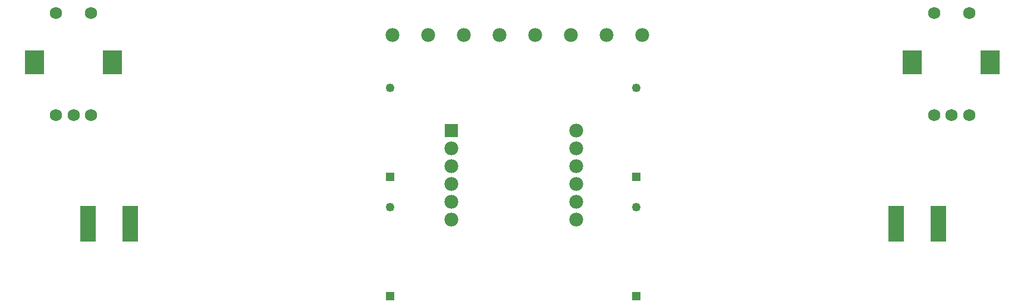
<source format=gbr>
%TF.GenerationSoftware,Altium Limited,Altium Designer,24.10.1 (45)*%
G04 Layer_Color=8388736*
%FSLAX45Y45*%
%MOMM*%
%TF.SameCoordinates,6FDAC12A-6018-4021-8F52-C8B52F5C83F9*%
%TF.FilePolarity,Negative*%
%TF.FileFunction,Soldermask,Top*%
%TF.Part,Single*%
G01*
G75*
%TA.AperFunction,ComponentPad*%
%ADD13C,1.25000*%
%ADD14R,1.25000X1.25000*%
%ADD22R,2.20320X5.20320*%
%ADD23R,1.98120X1.98120*%
%ADD24C,1.98120*%
%ADD25C,1.75320*%
%ADD26R,2.80320X3.40320*%
%TA.AperFunction,ViaPad*%
%ADD27C,1.98120*%
D13*
X10000000Y1736600D02*
D03*
X6500000D02*
D03*
Y3436600D02*
D03*
X10000000D02*
D03*
D14*
Y466600D02*
D03*
X6500000D02*
D03*
Y2166600D02*
D03*
X10000000D02*
D03*
D22*
X13700000Y1500000D02*
D03*
X14300000D02*
D03*
X2200000D02*
D03*
X2800000D02*
D03*
D23*
X7366000Y2832100D02*
D03*
D24*
Y2578100D02*
D03*
Y2324100D02*
D03*
Y2070100D02*
D03*
Y1816100D02*
D03*
Y1562100D02*
D03*
X9144000Y2832100D02*
D03*
Y2578100D02*
D03*
Y2324100D02*
D03*
Y2070100D02*
D03*
Y1816100D02*
D03*
Y1562100D02*
D03*
D25*
X1990400Y3053100D02*
D03*
X2240400D02*
D03*
X1740400D02*
D03*
X2240400Y4503100D02*
D03*
X1740400D02*
D03*
X14490401Y3053100D02*
D03*
X14740401D02*
D03*
X14240401D02*
D03*
X14740401Y4503100D02*
D03*
X14240401D02*
D03*
D26*
X1430400Y3803100D02*
D03*
X2540400D02*
D03*
X13930400D02*
D03*
X15040401D02*
D03*
D27*
X10083800Y4191000D02*
D03*
X9575800D02*
D03*
X9067800D02*
D03*
X8559800D02*
D03*
X8051800D02*
D03*
X7543800D02*
D03*
X7035800D02*
D03*
X6527800D02*
D03*
%TF.MD5,c2c27a72f2997a4fae90fbffb56816da*%
M02*

</source>
